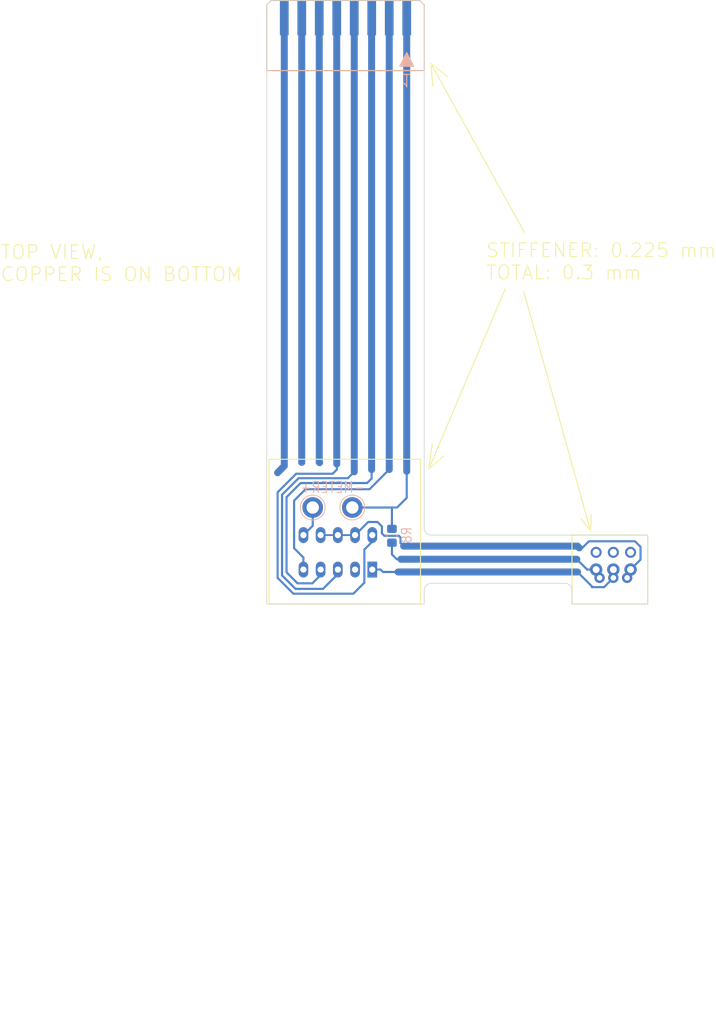
<source format=kicad_pcb>
(kicad_pcb (version 20241229) (generator "pcbnew") (generator_version "9.0")
  (layers (0 "F.Cu" signal) (2 "B.Cu" signal) (13 "F.Paste" user) (15 "B.Paste" user) (5 "F.SilkS" user "F.Silkscreen") (7 "B.SilkS" user "B.Silkscreen") (1 "F.Mask" user) (3 "B.Mask" user) (25 "Edge.Cuts" user))
  (net 0 "")
  (net 1 "GND")
  (net 2 "Net-(J2-Pin_4)")
  (net 3 "unconnected-(J2-Pin_6-Pad6)")
  (net 4 "Net-(J2-Pin_5)")
  (net 5 "unconnected-(J2-Pin_8-Pad8)")
  (net 6 "unconnected-(J2-Pin_7-Pad7)")
  (net 7 "Net-(J2-Pin_2)")
  (net 8 "Net-(J2-Pin_3)")
  (net 9 "Net-(SW1-Pad10)")
  (net 10 "/CCW")
  (net 11 "/CW")
  (net 12 "/WIPER")
  (footprint "User_Global_Library:Potentiometer_RD701F" (layer "F.Cu") (at 180 131.2 90)
    (property "Reference" "P1")
    (property "Value" "5k LIN")
    (pad "1" thru_hole circle (at 0 -2 90) (size 1.5 1.5) (drill 0.8) (layers "*.Cu" "*.Mask") (net 10 "/CCW"))
    (pad "1" thru_hole circle (at 1.2 -2.5 90) (size 1.8 1.8) (drill 1) (layers "*.Cu" "*.Mask") (net 10 "/CCW"))
    (pad "2" thru_hole circle (at 0 0 90) (size 1.5 1.5) (drill 0.8) (layers "*.Cu" "*.Mask") (net 12 "/WIPER"))
    (pad "2" thru_hole circle (at 1.2 0 90) (size 1.8 1.8) (drill 1) (layers "*.Cu" "*.Mask") (net 12 "/WIPER"))
    (pad "3" thru_hole circle (at 0 2 90) (size 1.5 1.5) (drill 0.8) (layers "*.Cu" "*.Mask") (net 11 "/CW"))
    (pad "3" thru_hole circle (at 1.2 2.5 90) (size 1.8 1.8) (drill 1) (layers "*.Cu" "*.Mask") (net 11 "/CW"))
    (pad "MP" thru_hole circle (at 3.7 -2.5 90) (size 1.6 1.6) (drill 1) (layers "*.Cu" "*.Mask"))
    (pad "MP" thru_hole circle (at 3.7 0 90) (size 1.6 1.6) (drill 1) (layers "*.Cu" "*.Mask"))
    (pad "MP" thru_hole circle (at 3.7 2.5 90) (size 1.6 1.6) (drill 1) (layers "*.Cu" "*.Mask"))
  )
  (footprint "RS1010-footprint-library:RS1010" (layer "F.Cu") (at 140 135 -90)
    (property "Reference" "SW1")
    (property "Value" "RS1010-2Pole-4Pos")
    (pad "1" thru_hole rect (at -5 -5 270) (size 2.3 1.4) (drill 0.9) (layers "*.Cu" "*.Mask") (net 12 "/WIPER"))
    (pad "2" thru_hole oval (at -5 -2.5 270) (size 2.3 1.4) (drill 0.9) (layers "*.Cu" "*.Mask"))
    (pad "3" thru_hole oval (at -5 0 270) (size 2.3 1.4) (drill 0.9) (layers "*.Cu" "*.Mask") (net 2 "Net-(J2-Pin_4)"))
    (pad "4" thru_hole oval (at -5 2.5 270) (size 2.3 1.4) (drill 0.9) (layers "*.Cu" "*.Mask") (net 8 "Net-(J2-Pin_3)"))
    (pad "5" thru_hole oval (at -5 5 270) (size 2.3 1.4) (drill 0.9) (layers "*.Cu" "*.Mask") (net 7 "Net-(J2-Pin_2)"))
    (pad "6" thru_hole oval (at -10 -5 270) (size 2.3 1.4) (drill 0.9) (layers "*.Cu" "*.Mask") (net 4 "Net-(J2-Pin_5)"))
    (pad "7" thru_hole oval (at -10 -2.5 270) (size 2.3 1.4) (drill 0.9) (layers "*.Cu" "*.Mask") (net 11 "/CW"))
    (pad "8" thru_hole oval (at -10 0 270) (size 2.3 1.4) (drill 0.9) (layers "*.Cu" "*.Mask") (net 11 "/CW"))
    (pad "9" thru_hole oval (at -10 2.5 270) (size 2.3 1.4) (drill 0.9) (layers "*.Cu" "*.Mask") (net 11 "/CW"))
    (pad "10" thru_hole oval (at -10 5 270) (size 2.3 1.4) (drill 0.9) (layers "*.Cu" "*.Mask") (net 9 "Net-(SW1-Pad10)"))
  )
  (footprint "User_Global_Library:flex-8way-2.54" (layer "B.Cu") (at 150 50 90)
    (property "Reference" "J2")
    (property "Value" "~")
    (fp_line (start 1.905 -20.32) (end 2.54 -19.685) (stroke (width 0.15)) (layer "B.SilkS"))
    (fp_line (start -7.62 -20.32) (end 1.905 -20.32) (stroke (width 0.15)) (layer "B.SilkS"))
    (fp_line (start 2.54 -19.685) (end 2.54 1.905) (stroke (width 0.15)) (layer "B.SilkS"))
    (fp_line (start 2.54 1.905) (end 1.905 2.54) (stroke (width 0.15)) (layer "B.SilkS"))
    (fp_line (start 1.905 2.54) (end -7.62 2.54) (stroke (width 0.15)) (layer "B.SilkS"))
    (fp_line (start -7.62 2.54) (end -7.62 -20.32) (stroke (width 0.15)) (layer "B.SilkS"))
    (fp_line (start 1.905 -20.32) (end -7.62 -20.32) (stroke (width 0.1)) (layer "Edge.Cuts"))
    (fp_line (start 1.905 -20.32) (end 2.54 -19.685) (stroke (width 0.1)) (layer "Edge.Cuts"))
    (fp_line (start 2.54 1.905) (end 2.54 -19.685) (stroke (width 0.1)) (layer "Edge.Cuts"))
    (fp_line (start 1.905 2.54) (end 2.54 1.905) (stroke (width 0.1)) (layer "Edge.Cuts"))
    (fp_line (start 1.905 2.54) (end -7.62 2.54) (stroke (width 0.1)) (layer "Edge.Cuts"))
    (pad "1" smd rect (at 0 0 90) (size 5 1.27) (layers "B.Cu" "B.Mask" "B.Paste") (net 1 "GND"))
    (pad "2" smd rect (at 0 -2.54 90) (size 5 1.27) (layers "B.Cu" "B.Mask" "B.Paste") (net 7 "Net-(J2-Pin_2)"))
    (pad "3" smd rect (at 0 -5.08 90) (size 5 1.27) (layers "B.Cu" "B.Mask" "B.Paste") (net 8 "Net-(J2-Pin_3)"))
    (pad "4" smd rect (at 0 -7.62 90) (size 5 1.27) (layers "B.Cu" "B.Mask" "B.Paste") (net 2 "Net-(J2-Pin_4)"))
    (pad "5" smd rect (at 0 -10.16 90) (size 5 1.27) (layers "B.Cu" "B.Mask" "B.Paste") (net 4 "Net-(J2-Pin_5)"))
    (pad "6" smd rect (at 0 -12.7 90) (size 5 1.27) (layers "B.Cu" "B.Mask" "B.Paste") (net 3 "unconnected-(J2-Pin_6-Pad6)"))
    (pad "7" smd rect (at 0 -15.24 90) (size 5 1.27) (layers "B.Cu" "B.Mask" "B.Paste") (net 6 "unconnected-(J2-Pin_7-Pad7)"))
    (pad "8" smd rect (at 0 -17.78 90) (size 5 1.27) (layers "B.Cu" "B.Mask" "B.Paste") (net 5 "unconnected-(J2-Pin_8-Pad8)"))
  )
  (footprint "User_Global_Library:TestPoint_Plated_Hole_1.8mm" (layer "B.Cu") (at 142.1 121)
    (property "Reference" "TP2")
    (property "Value" "METER-")
    (fp_circle (center 0 0) (end 1.8 0) (stroke (width 0.12)) (fill no) (layer "B.SilkS"))
    (pad "1" thru_hole circle (at 0 0) (size 3 3) (drill 1.8) (layers "*.Cu" "*.Mask") (net 1 "GND"))
  )
  (footprint "User_Global_Library:TestPoint_Plated_Hole_1.8mm" (layer "B.Cu") (at 136.35 121)
    (property "Reference" "TP1")
    (property "Value" "METER+")
    (fp_circle (center 0 0) (end 1.8 0) (stroke (width 0.12)) (fill no) (layer "B.SilkS"))
    (pad "1" thru_hole circle (at 0 0) (size 3 3) (drill 1.8) (layers "*.Cu" "*.Mask") (net 9 "Net-(SW1-Pad10)"))
  )
  (footprint "Resistor_SMD:R_0805_2012Metric_Pad1.20x1.40mm_HandSolder" (layer "B.Cu") (at 147.85 125.1 90)
    (property "Reference" "R8" (at 0.1 2.15 90) (layer "B.SilkS") (effects (font (size 1.4 1.2)) (justify mirror)))
    (property "Value" "470R")
    (fp_line (start -0.227064 -0.735) (end 0.227064 -0.735) (stroke (width 0.12)) (layer "B.SilkS"))
    (fp_line (start -0.227064 0.735) (end 0.227064 0.735) (stroke (width 0.12)) (layer "B.SilkS"))
    (pad "1" smd roundrect (at -1 0 90) (size 1.2 1.4) (layers "B.Cu" "B.Mask" "B.Paste") (roundrect_rratio 0.208333) (net 10 "/CCW"))
    (pad "2" smd roundrect (at 1 0 90) (size 1.2 1.4) (layers "B.Cu" "B.Mask" "B.Paste") (roundrect_rratio 0.208333) (net 1 "GND"))
  )
  (gr_line (start 130.315 47.46) (end 151.905 47.46) (stroke (width 0.15)) (layer "F.SilkS"))
  (gr_line (start 152.54 48.095) (end 152.54 57.62) (stroke (width 0.15)) (layer "F.SilkS"))
  (gr_line (start 129.68 57.62) (end 129.68 48.095) (stroke (width 0.15)) (layer "F.SilkS"))
  (gr_line (start 167 89.7) (end 176.7 124.4) (stroke (width 0.15)) (layer "F.SilkS"))
  (gr_rect (start 130 114) (end 152 135) (stroke (width 0.15)) (fill no) (layer "F.SilkS"))
  (gr_rect (start 174 125) (end 185 135) (stroke (width 0.15)) (fill no) (layer "F.SilkS"))
  (gr_line (start 167.1 81.1) (end 153.5 56.6) (stroke (width 0.15)) (layer "F.SilkS"))
  (gr_line (start 164.3 89.3) (end 153.2 115.4) (stroke (width 0.15)) (layer "F.SilkS"))
  (gr_line (start 153.5 56.6) (end 153.8 59.9) (stroke (width 0.15)) (layer "F.SilkS"))
  (gr_line (start 153.2 115.4) (end 155.4 113.5) (stroke (width 0.15)) (layer "F.SilkS"))
  (gr_line (start 176.7 124.4) (end 175.3 122.6) (stroke (width 0.15)) (layer "F.SilkS"))
  (gr_line (start 152.54 57.62) (end 129.68 57.62) (stroke (width 0.15)) (layer "F.SilkS"))
  (gr_line (start 129.68 48.095) (end 130.315 47.46) (stroke (width 0.15)) (layer "F.SilkS"))
  (gr_line (start 153.5 56.6) (end 155.9 58.5) (stroke (width 0.15)) (layer "F.SilkS"))
  (gr_line (start 153.2 115.4) (end 153.7 111.8) (stroke (width 0.15)) (layer "F.SilkS"))
  (gr_line (start 151.905 47.46) (end 152.54 48.095) (stroke (width 0.15)) (layer "F.SilkS"))
  (gr_line (start 176.7 124.4) (end 176.8 122) (stroke (width 0.15)) (layer "F.SilkS"))
  (gr_poly (pts (xy 150 55) (xy 149 57) (xy 151 57)) (stroke (width 0.15)) (fill yes) (layer "B.SilkS"))
  (gr_arc (start 153.54 125) (mid 152.832893 124.707107) (end 152.54 124) (stroke (width 0.1)) (layer "Edge.Cuts"))
  (gr_line (start 152.54 135) (end 129.68 135) (stroke (width 0.1)) (layer "Edge.Cuts"))
  (gr_line (start 153.54 125) (end 185 125) (stroke (width 0.1)) (layer "Edge.Cuts"))
  (gr_line (start 152.54 57.62) (end 152.54 124) (stroke (width 0.1)) (layer "Edge.Cuts"))
  (gr_arc (start 173 132) (mid 173.707107 132.292893) (end 174 133) (stroke (width 0.1)) (layer "Edge.Cuts"))
  (gr_line (start 174 135) (end 174 133) (stroke (width 0.1)) (layer "Edge.Cuts"))
  (gr_line (start 185 135) (end 174 135) (stroke (width 0.1)) (layer "Edge.Cuts"))
  (gr_line (start 185 125) (end 185 135) (stroke (width 0.1)) (layer "Edge.Cuts"))
  (gr_line (start 173 132) (end 153.54 132) (stroke (width 0.1)) (layer "Edge.Cuts"))
  (gr_line (start 152.54 133) (end 152.54 135) (stroke (width 0.1)) (layer "Edge.Cuts"))
  (gr_line (start 129.68 57.62) (end 129.68 135) (stroke (width 0.1)) (layer "Edge.Cuts"))
  (gr_arc (start 152.54 133) (mid 152.832893 132.292893) (end 153.54 132) (stroke (width 0.1)) (layer "Edge.Cuts"))
  (gr_text "TOP VIEW,\nCOPPER IS ON BOTTOM" (at 90.945 85.56 0) (layer "F.SilkS") (effects (font (size 2 2)) (justify left)))
  (gr_text "STIFFENER: 0.225 mm\nTOTAL: 0.3 mm" (at 161.43 85.3 0) (layer "F.SilkS") (effects (font (size 2 2)) (justify left)))
  (gr_text "1" (at 150 59 180) (layer "B.SilkS") (effects (font (size 1.8 1.4)) (justify mirror)))
  (gr_text "-METER+" (at 144 119 0) (layer "B.SilkS") (effects (font (size 1.6 1.3)) (justify left bottom mirror)))
  (segment (start 147.85 124.1) (end 147.85 121.05) (width 0.3048) (layer "B.Cu") (net 1))
  (segment (start 148.6 121) (end 150 119.6) (width 0.3048) (layer "B.Cu") (net 1))
  (segment (start 147.85 121.05) (end 147.9 121) (width 0.3048) (layer "B.Cu") (net 1))
  (segment (start 142.1 121) (end 147.9 121) (width 0.3048) (layer "B.Cu") (net 1))
  (segment (start 150 119.6) (end 150 115.75) (width 0.3048) (layer "B.Cu") (net 1))
  (segment (start 150 50) (end 150 115.75) (width 1.016) (layer "B.Cu") (net 1))
  (segment (start 147.9 121) (end 148.6 121) (width 0.3048) (layer "B.Cu") (net 1))
  (segment (start 131.9 130.85) (end 131.9 119.15) (width 0.3048) (layer "B.Cu") (net 2))
  (segment (start 141.45 116.75) (end 142.38 115.82) (width 0.3048) (layer "B.Cu") (net 2))
  (segment (start 134.3 116.75) (end 141.45 116.75) (width 0.3048) (layer "B.Cu") (net 2))
  (segment (start 133.85 132.8) (end 131.9 130.85) (width 0.3048) (layer "B.Cu") (net 2))
  (segment (start 137.85 132.8) (end 133.85 132.8) (width 0.3048) (layer "B.Cu") (net 2))
  (segment (start 140 130.65) (end 137.85 132.8) (width 0.3048) (layer "B.Cu") (net 2))
  (segment (start 131.9 119.15) (end 134.3 116.75) (width 0.3048) (layer "B.Cu") (net 2))
  (segment (start 142.38 50) (end 142.38 115.82) (width 1.016) (layer "B.Cu") (net 2))
  (segment (start 140 130) (end 140 130.65) (width 0.3048) (layer "B.Cu") (net 2))
  (segment (start 137.3 50) (end 137.3 114.45) (width 1.016) (layer "B.Cu") (net 3))
  (segment (start 137.3 114.45) (end 137.35 114.5) (width 1.016) (layer "B.Cu") (net 3))
  (segment (start 145 125) (end 145 125.95) (width 0.3048) (layer "B.Cu") (net 4))
  (segment (start 139.84 50) (end 139.84 114.69) (width 1.016) (layer "B.Cu") (net 4))
  (segment (start 145 125.95) (end 143.85 127.1) (width 0.3048) (layer "B.Cu") (net 4))
  (segment (start 139.85 115.5) (end 139.85 114.7) (width 0.3048) (layer "B.Cu") (net 4))
  (segment (start 133.55 133.5) (end 131.25 131.2) (width 0.3048) (layer "B.Cu") (net 4))
  (segment (start 131.25 118.8) (end 133.95 116.1) (width 0.3048) (layer "B.Cu") (net 4))
  (segment (start 142.25 133.5) (end 133.55 133.5) (width 0.3048) (layer "B.Cu") (net 4))
  (segment (start 131.25 131.2) (end 131.25 118.8) (width 0.3048) (layer "B.Cu") (net 4))
  (segment (start 133.95 116.1) (end 139.25 116.1) (width 0.3048) (layer "B.Cu") (net 4))
  (segment (start 139.25 116.1) (end 139.85 115.5) (width 0.3048) (layer "B.Cu") (net 4))
  (segment (start 139.85 114.7) (end 139.84 114.69) (width 0.3048) (layer "B.Cu") (net 4))
  (segment (start 143.85 127.1) (end 143.85 131.9) (width 0.3048) (layer "B.Cu") (net 4))
  (segment (start 143.85 131.9) (end 142.25 133.5) (width 0.3048) (layer "B.Cu") (net 4))
  (segment (start 132.22 114.98) (end 131.25 115.95) (width 1.016) (layer "B.Cu") (net 5))
  (segment (start 132.22 50) (end 132.22 114.98) (width 1.016) (layer "B.Cu") (net 5))
  (segment (start 134.76 114.44) (end 134.75 114.45) (width 1.016) (layer "B.Cu") (net 6))
  (segment (start 134.76 50) (end 134.76 114.44) (width 1.016) (layer "B.Cu") (net 6))
  (segment (start 133.65 120) (end 133.65 126.9) (width 0.3048) (layer "B.Cu") (net 7))
  (segment (start 147.46 115.49) (end 144.6 118.35) (width 0.3048) (layer "B.Cu") (net 7))
  (segment (start 133.65 126.9) (end 135 128.25) (width 0.3048) (layer "B.Cu") (net 7))
  (segment (start 135.3 118.35) (end 133.65 120) (width 0.3048) (layer "B.Cu") (net 7))
  (segment (start 144.6 118.35) (end 135.3 118.35) (width 0.3048) (layer "B.Cu") (net 7))
  (segment (start 147.46 50) (end 147.46 115.49) (width 1.016) (layer "B.Cu") (net 7))
  (segment (start 135 128.25) (end 135 130) (width 0.3048) (layer "B.Cu") (net 7))
  (segment (start 144.92 50) (end 144.9 50.02) (width 1.016) (layer "B.Cu") (net 8))
  (segment (start 137.5 130.8) (end 137.5 130) (width 0.3048) (layer "B.Cu") (net 8))
  (segment (start 134.6 117.45) (end 132.55 119.5) (width 0.3048) (layer "B.Cu") (net 8))
  (segment (start 144.25 117.45) (end 134.6 117.45) (width 0.3048) (layer "B.Cu") (net 8))
  (segment (start 144.9 50.02) (end 144.9 115.5) (width 1.016) (layer "B.Cu") (net 8))
  (segment (start 132.55 119.5) (end 132.55 130.4) (width 0.3048) (layer "B.Cu") (net 8))
  (segment (start 132.55 130.4) (end 134.15 132) (width 0.3048) (layer "B.Cu") (net 8))
  (segment (start 134.15 132) (end 136.3 132) (width 0.3048) (layer "B.Cu") (net 8))
  (segment (start 144.9 115.5) (end 144.9 116.8) (width 0.3048) (layer "B.Cu") (net 8))
  (segment (start 136.3 132) (end 137.5 130.8) (width 0.3048) (layer "B.Cu") (net 8))
  (segment (start 144.9 116.8) (end 144.25 117.45) (width 0.3048) (layer "B.Cu") (net 8))
  (segment (start 136.35 123.65) (end 135 125) (width 0.3048) (layer "B.Cu") (net 9))
  (segment (start 136.35 121) (end 136.35 123.65) (width 0.3048) (layer "B.Cu") (net 9))
  (segment (start 176.2 130) (end 177.5 130) (width 0.3048) (layer "B.Cu") (net 10))
  (segment (start 174.7 128.5) (end 176.2 130) (width 0.3048) (layer "B.Cu") (net 10))
  (segment (start 148.55 128.5) (end 149.15 128.5) (width 0.3048) (layer "B.Cu") (net 10))
  (segment (start 147.85 127.8) (end 148.55 128.5) (width 0.3048) (layer "B.Cu") (net 10))
  (segment (start 149.15 128.5) (end 174.7 128.5) (width 1.016) (layer "B.Cu") (net 10))
  (segment (start 147.85 126.1) (end 147.85 127.8) (width 0.3048) (layer "B.Cu") (net 10))
  (segment (start 174.8 126.6) (end 175.05 126.85) (width 1.016) (layer "B.Cu") (net 11))
  (segment (start 137.5 125) (end 140 125) (width 0.254) (layer "B.Cu") (net 11))
  (segment (start 149.1 125.35) (end 149.1 126.15) (width 0.3048) (layer "B.Cu") (net 11))
  (segment (start 183.95 126.7) (end 183.95 128.55) (width 0.3048) (layer "B.Cu") (net 11))
  (segment (start 175.05 126.85) (end 175.5 126.85) (width 0.3048) (layer "B.Cu") (net 11))
  (segment (start 148.85 125.1) (end 149.1 125.35) (width 0.3048) (layer "B.Cu") (net 11))
  (segment (start 146.75 125.1) (end 148.85 125.1) (width 0.3048) (layer "B.Cu") (net 11))
  (segment (start 145.75 123.1) (end 146.4 123.75) (width 0.3048) (layer "B.Cu") (net 11))
  (segment (start 175.5 126.85) (end 176.45 125.9) (width 0.3048) (layer "B.Cu") (net 11))
  (segment (start 146.4 124.75) (end 146.75 125.1) (width 0.3048) (layer "B.Cu") (net 11))
  (segment (start 149.1 126.15) (end 149.55 126.6) (width 0.3048) (layer "B.Cu") (net 11))
  (segment (start 140 125) (end 142.5 125) (width 0.254) (layer "B.Cu") (net 11))
  (segment (start 144.4 123.1) (end 145.75 123.1) (width 0.3048) (layer "B.Cu") (net 11))
  (segment (start 183.15 125.9) (end 183.95 126.7) (width 0.3048) (layer "B.Cu") (net 11))
  (segment (start 149.55 126.6) (end 174.8 126.6) (width 1.016) (layer "B.Cu") (net 11))
  (segment (start 146.4 123.75) (end 146.4 124.75) (width 0.3048) (layer "B.Cu") (net 11))
  (segment (start 142.5 125) (end 144.4 123.1) (width 0.3048) (layer "B.Cu") (net 11))
  (segment (start 176.45 125.9) (end 183.15 125.9) (width 0.3048) (layer "B.Cu") (net 11))
  (segment (start 183.95 128.55) (end 182.5 130) (width 0.3048) (layer "B.Cu") (net 11))
  (segment (start 178.65 132.55) (end 180 131.2) (width 0.3048) (layer "B.Cu") (net 12))
  (segment (start 148.75 130.35) (end 174.8 130.35) (width 1.016) (layer "B.Cu") (net 12))
  (segment (start 146.55 130.35) (end 148.75 130.35) (width 0.3048) (layer "B.Cu") (net 12))
  (segment (start 176.9 132.45) (end 176.9 132.55) (width 0.3048) (layer "B.Cu") (net 12))
  (segment (start 176.9 132.55) (end 178.65 132.55) (width 0.3048) (layer "B.Cu") (net 12))
  (segment (start 145 130) (end 146.2 130) (width 0.3048) (layer "B.Cu") (net 12))
  (segment (start 174.8 130.35) (end 176.9 132.45) (width 0.3048) (layer "B.Cu") (net 12))
  (segment (start 146.2 130) (end 146.55 130.35) (width 0.3048) (layer "B.Cu") (net 12))
)
</source>
